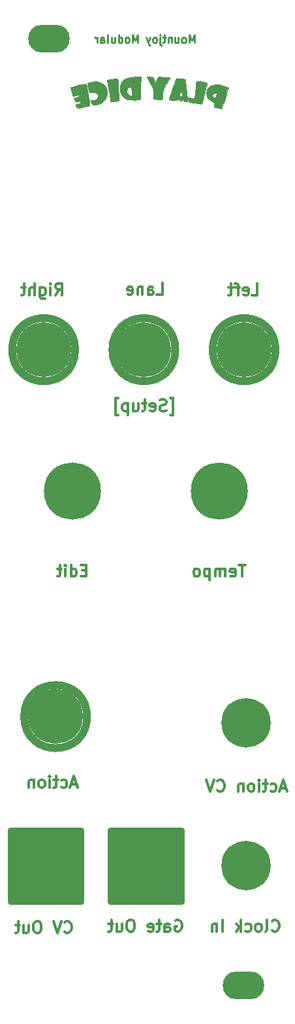
<source format=gbr>
%TF.GenerationSoftware,KiCad,Pcbnew,(5.99.0-12348-g4b436fb86d)*%
%TF.CreationDate,2021-09-19T12:14:32+01:00*%
%TF.ProjectId,Panel,50616e65-6c2e-46b6-9963-61645f706362,rev?*%
%TF.SameCoordinates,Original*%
%TF.FileFunction,Soldermask,Bot*%
%TF.FilePolarity,Negative*%
%FSLAX46Y46*%
G04 Gerber Fmt 4.6, Leading zero omitted, Abs format (unit mm)*
G04 Created by KiCad (PCBNEW (5.99.0-12348-g4b436fb86d)) date 2021-09-19 12:14:32*
%MOMM*%
%LPD*%
G01*
G04 APERTURE LIST*
%ADD10C,0.800000*%
%ADD11C,1.000000*%
%ADD12C,0.300000*%
%ADD13C,0.250000*%
%ADD14C,0.010000*%
%ADD15O,5.400000X3.600000*%
%ADD16C,7.100000*%
%ADD17C,6.400000*%
%ADD18C,7.400000*%
G04 APERTURE END LIST*
D10*
X114600000Y-145400000D02*
X105400000Y-145400000D01*
X105400000Y-145400000D02*
X105400000Y-154600000D01*
X105400000Y-154600000D02*
X114600000Y-154600000D01*
X114600000Y-154600000D02*
X114600000Y-145400000D01*
G36*
X114600000Y-145400000D02*
G01*
X105400000Y-145400000D01*
X105400000Y-154600000D01*
X114600000Y-154600000D01*
X114600000Y-145400000D01*
G37*
D11*
X126830441Y-83250000D02*
G75*
G03*
X126830441Y-83250000I-4080441J0D01*
G01*
X113830441Y-83250000D02*
G75*
G03*
X113830441Y-83250000I-4080441J0D01*
G01*
X115380441Y-130700000D02*
G75*
G03*
X115380441Y-130700000I-4080441J0D01*
G01*
D10*
X127600000Y-145400000D02*
X118400000Y-145400000D01*
X118400000Y-145400000D02*
X118400000Y-154600000D01*
X118400000Y-154600000D02*
X127600000Y-154600000D01*
X127600000Y-154600000D02*
X127600000Y-145400000D01*
G36*
X127600000Y-145400000D02*
G01*
X118400000Y-145400000D01*
X118400000Y-154600000D01*
X127600000Y-154600000D01*
X127600000Y-145400000D01*
G37*
D11*
X139830441Y-83250000D02*
G75*
G03*
X139830441Y-83250000I-4080441J0D01*
G01*
D12*
X124435714Y-76148537D02*
X125150000Y-76148537D01*
X125150000Y-74648537D01*
X123292857Y-76148537D02*
X123292857Y-75362823D01*
X123364285Y-75219966D01*
X123507142Y-75148537D01*
X123792857Y-75148537D01*
X123935714Y-75219966D01*
X123292857Y-76077108D02*
X123435714Y-76148537D01*
X123792857Y-76148537D01*
X123935714Y-76077108D01*
X124007142Y-75934251D01*
X124007142Y-75791394D01*
X123935714Y-75648537D01*
X123792857Y-75577108D01*
X123435714Y-75577108D01*
X123292857Y-75505680D01*
X122578571Y-75148537D02*
X122578571Y-76148537D01*
X122578571Y-75291394D02*
X122507142Y-75219966D01*
X122364285Y-75148537D01*
X122150000Y-75148537D01*
X122007142Y-75219966D01*
X121935714Y-75362823D01*
X121935714Y-76148537D01*
X120650000Y-76077108D02*
X120792857Y-76148537D01*
X121078571Y-76148537D01*
X121221428Y-76077108D01*
X121292857Y-75934251D01*
X121292857Y-75362823D01*
X121221428Y-75219966D01*
X121078571Y-75148537D01*
X120792857Y-75148537D01*
X120650000Y-75219966D01*
X120578571Y-75362823D01*
X120578571Y-75505680D01*
X121292857Y-75648537D01*
X112442857Y-158535714D02*
X112514285Y-158607142D01*
X112728571Y-158678571D01*
X112871428Y-158678571D01*
X113085714Y-158607142D01*
X113228571Y-158464285D01*
X113300000Y-158321428D01*
X113371428Y-158035714D01*
X113371428Y-157821428D01*
X113300000Y-157535714D01*
X113228571Y-157392857D01*
X113085714Y-157250000D01*
X112871428Y-157178571D01*
X112728571Y-157178571D01*
X112514285Y-157250000D01*
X112442857Y-157321428D01*
X112014285Y-157178571D02*
X111514285Y-158678571D01*
X111014285Y-157178571D01*
X109085714Y-157178571D02*
X108800000Y-157178571D01*
X108657142Y-157250000D01*
X108514285Y-157392857D01*
X108442857Y-157678571D01*
X108442857Y-158178571D01*
X108514285Y-158464285D01*
X108657142Y-158607142D01*
X108800000Y-158678571D01*
X109085714Y-158678571D01*
X109228571Y-158607142D01*
X109371428Y-158464285D01*
X109442857Y-158178571D01*
X109442857Y-157678571D01*
X109371428Y-157392857D01*
X109228571Y-157250000D01*
X109085714Y-157178571D01*
X107157142Y-157678571D02*
X107157142Y-158678571D01*
X107800000Y-157678571D02*
X107800000Y-158464285D01*
X107728571Y-158607142D01*
X107585714Y-158678571D01*
X107371428Y-158678571D01*
X107228571Y-158607142D01*
X107157142Y-158535714D01*
X106657142Y-157678571D02*
X106085714Y-157678571D01*
X106442857Y-157178571D02*
X106442857Y-158464285D01*
X106371428Y-158607142D01*
X106228571Y-158678571D01*
X106085714Y-158678571D01*
X135928571Y-111078571D02*
X135071428Y-111078571D01*
X135500000Y-112578571D02*
X135500000Y-111078571D01*
X134000000Y-112507142D02*
X134142857Y-112578571D01*
X134428571Y-112578571D01*
X134571428Y-112507142D01*
X134642857Y-112364285D01*
X134642857Y-111792857D01*
X134571428Y-111650000D01*
X134428571Y-111578571D01*
X134142857Y-111578571D01*
X134000000Y-111650000D01*
X133928571Y-111792857D01*
X133928571Y-111935714D01*
X134642857Y-112078571D01*
X133285714Y-112578571D02*
X133285714Y-111578571D01*
X133285714Y-111721428D02*
X133214285Y-111650000D01*
X133071428Y-111578571D01*
X132857142Y-111578571D01*
X132714285Y-111650000D01*
X132642857Y-111792857D01*
X132642857Y-112578571D01*
X132642857Y-111792857D02*
X132571428Y-111650000D01*
X132428571Y-111578571D01*
X132214285Y-111578571D01*
X132071428Y-111650000D01*
X132000000Y-111792857D01*
X132000000Y-112578571D01*
X131285714Y-111578571D02*
X131285714Y-113078571D01*
X131285714Y-111650000D02*
X131142857Y-111578571D01*
X130857142Y-111578571D01*
X130714285Y-111650000D01*
X130642857Y-111721428D01*
X130571428Y-111864285D01*
X130571428Y-112292857D01*
X130642857Y-112435714D01*
X130714285Y-112507142D01*
X130857142Y-112578571D01*
X131142857Y-112578571D01*
X131285714Y-112507142D01*
X129714285Y-112578571D02*
X129857142Y-112507142D01*
X129928571Y-112435714D01*
X130000000Y-112292857D01*
X130000000Y-111864285D01*
X129928571Y-111721428D01*
X129857142Y-111650000D01*
X129714285Y-111578571D01*
X129500000Y-111578571D01*
X129357142Y-111650000D01*
X129285714Y-111721428D01*
X129214285Y-111864285D01*
X129214285Y-112292857D01*
X129285714Y-112435714D01*
X129357142Y-112507142D01*
X129500000Y-112578571D01*
X129714285Y-112578571D01*
X139364285Y-158335714D02*
X139435714Y-158407142D01*
X139650000Y-158478571D01*
X139792857Y-158478571D01*
X140007142Y-158407142D01*
X140150000Y-158264285D01*
X140221428Y-158121428D01*
X140292857Y-157835714D01*
X140292857Y-157621428D01*
X140221428Y-157335714D01*
X140150000Y-157192857D01*
X140007142Y-157050000D01*
X139792857Y-156978571D01*
X139650000Y-156978571D01*
X139435714Y-157050000D01*
X139364285Y-157121428D01*
X138507142Y-158478571D02*
X138650000Y-158407142D01*
X138721428Y-158264285D01*
X138721428Y-156978571D01*
X137721428Y-158478571D02*
X137864285Y-158407142D01*
X137935714Y-158335714D01*
X138007142Y-158192857D01*
X138007142Y-157764285D01*
X137935714Y-157621428D01*
X137864285Y-157550000D01*
X137721428Y-157478571D01*
X137507142Y-157478571D01*
X137364285Y-157550000D01*
X137292857Y-157621428D01*
X137221428Y-157764285D01*
X137221428Y-158192857D01*
X137292857Y-158335714D01*
X137364285Y-158407142D01*
X137507142Y-158478571D01*
X137721428Y-158478571D01*
X135935714Y-158407142D02*
X136078571Y-158478571D01*
X136364285Y-158478571D01*
X136507142Y-158407142D01*
X136578571Y-158335714D01*
X136650000Y-158192857D01*
X136650000Y-157764285D01*
X136578571Y-157621428D01*
X136507142Y-157550000D01*
X136364285Y-157478571D01*
X136078571Y-157478571D01*
X135935714Y-157550000D01*
X135292857Y-158478571D02*
X135292857Y-156978571D01*
X135150000Y-157907142D02*
X134721428Y-158478571D01*
X134721428Y-157478571D02*
X135292857Y-158050000D01*
X132935714Y-158478571D02*
X132935714Y-156978571D01*
X132221428Y-157478571D02*
X132221428Y-158478571D01*
X132221428Y-157621428D02*
X132150000Y-157550000D01*
X132007142Y-157478571D01*
X131792857Y-157478571D01*
X131650000Y-157550000D01*
X131578571Y-157692857D01*
X131578571Y-158478571D01*
X115285714Y-111792857D02*
X114785714Y-111792857D01*
X114571428Y-112578571D02*
X115285714Y-112578571D01*
X115285714Y-111078571D01*
X114571428Y-111078571D01*
X113285714Y-112578571D02*
X113285714Y-111078571D01*
X113285714Y-112507142D02*
X113428571Y-112578571D01*
X113714285Y-112578571D01*
X113857142Y-112507142D01*
X113928571Y-112435714D01*
X114000000Y-112292857D01*
X114000000Y-111864285D01*
X113928571Y-111721428D01*
X113857142Y-111650000D01*
X113714285Y-111578571D01*
X113428571Y-111578571D01*
X113285714Y-111650000D01*
X112571428Y-112578571D02*
X112571428Y-111578571D01*
X112571428Y-111078571D02*
X112642857Y-111150000D01*
X112571428Y-111221428D01*
X112500000Y-111150000D01*
X112571428Y-111078571D01*
X112571428Y-111221428D01*
X112071428Y-111578571D02*
X111500000Y-111578571D01*
X111857142Y-111078571D02*
X111857142Y-112364285D01*
X111785714Y-112507142D01*
X111642857Y-112578571D01*
X111500000Y-112578571D01*
X126821428Y-157050000D02*
X126964285Y-156978571D01*
X127178571Y-156978571D01*
X127392857Y-157050000D01*
X127535714Y-157192857D01*
X127607142Y-157335714D01*
X127678571Y-157621428D01*
X127678571Y-157835714D01*
X127607142Y-158121428D01*
X127535714Y-158264285D01*
X127392857Y-158407142D01*
X127178571Y-158478571D01*
X127035714Y-158478571D01*
X126821428Y-158407142D01*
X126750000Y-158335714D01*
X126750000Y-157835714D01*
X127035714Y-157835714D01*
X125464285Y-158478571D02*
X125464285Y-157692857D01*
X125535714Y-157550000D01*
X125678571Y-157478571D01*
X125964285Y-157478571D01*
X126107142Y-157550000D01*
X125464285Y-158407142D02*
X125607142Y-158478571D01*
X125964285Y-158478571D01*
X126107142Y-158407142D01*
X126178571Y-158264285D01*
X126178571Y-158121428D01*
X126107142Y-157978571D01*
X125964285Y-157907142D01*
X125607142Y-157907142D01*
X125464285Y-157835714D01*
X124964285Y-157478571D02*
X124392857Y-157478571D01*
X124750000Y-156978571D02*
X124750000Y-158264285D01*
X124678571Y-158407142D01*
X124535714Y-158478571D01*
X124392857Y-158478571D01*
X123321428Y-158407142D02*
X123464285Y-158478571D01*
X123750000Y-158478571D01*
X123892857Y-158407142D01*
X123964285Y-158264285D01*
X123964285Y-157692857D01*
X123892857Y-157550000D01*
X123750000Y-157478571D01*
X123464285Y-157478571D01*
X123321428Y-157550000D01*
X123250000Y-157692857D01*
X123250000Y-157835714D01*
X123964285Y-157978571D01*
X121178571Y-156978571D02*
X120892857Y-156978571D01*
X120750000Y-157050000D01*
X120607142Y-157192857D01*
X120535714Y-157478571D01*
X120535714Y-157978571D01*
X120607142Y-158264285D01*
X120750000Y-158407142D01*
X120892857Y-158478571D01*
X121178571Y-158478571D01*
X121321428Y-158407142D01*
X121464285Y-158264285D01*
X121535714Y-157978571D01*
X121535714Y-157478571D01*
X121464285Y-157192857D01*
X121321428Y-157050000D01*
X121178571Y-156978571D01*
X119250000Y-157478571D02*
X119250000Y-158478571D01*
X119892857Y-157478571D02*
X119892857Y-158264285D01*
X119821428Y-158407142D01*
X119678571Y-158478571D01*
X119464285Y-158478571D01*
X119321428Y-158407142D01*
X119250000Y-158335714D01*
X118750000Y-157478571D02*
X118178571Y-157478571D01*
X118535714Y-156978571D02*
X118535714Y-158264285D01*
X118464285Y-158407142D01*
X118321428Y-158478571D01*
X118178571Y-158478571D01*
X126157142Y-91678571D02*
X126514285Y-91678571D01*
X126514285Y-89535714D01*
X126157142Y-89535714D01*
X125657142Y-91107142D02*
X125442857Y-91178571D01*
X125085714Y-91178571D01*
X124942857Y-91107142D01*
X124871428Y-91035714D01*
X124800000Y-90892857D01*
X124800000Y-90750000D01*
X124871428Y-90607142D01*
X124942857Y-90535714D01*
X125085714Y-90464285D01*
X125371428Y-90392857D01*
X125514285Y-90321428D01*
X125585714Y-90250000D01*
X125657142Y-90107142D01*
X125657142Y-89964285D01*
X125585714Y-89821428D01*
X125514285Y-89750000D01*
X125371428Y-89678571D01*
X125014285Y-89678571D01*
X124800000Y-89750000D01*
X123585714Y-91107142D02*
X123728571Y-91178571D01*
X124014285Y-91178571D01*
X124157142Y-91107142D01*
X124228571Y-90964285D01*
X124228571Y-90392857D01*
X124157142Y-90250000D01*
X124014285Y-90178571D01*
X123728571Y-90178571D01*
X123585714Y-90250000D01*
X123514285Y-90392857D01*
X123514285Y-90535714D01*
X124228571Y-90678571D01*
X123085714Y-90178571D02*
X122514285Y-90178571D01*
X122871428Y-89678571D02*
X122871428Y-90964285D01*
X122800000Y-91107142D01*
X122657142Y-91178571D01*
X122514285Y-91178571D01*
X121371428Y-90178571D02*
X121371428Y-91178571D01*
X122014285Y-90178571D02*
X122014285Y-90964285D01*
X121942857Y-91107142D01*
X121800000Y-91178571D01*
X121585714Y-91178571D01*
X121442857Y-91107142D01*
X121371428Y-91035714D01*
X120657142Y-90178571D02*
X120657142Y-91678571D01*
X120657142Y-90250000D02*
X120514285Y-90178571D01*
X120228571Y-90178571D01*
X120085714Y-90250000D01*
X120014285Y-90321428D01*
X119942857Y-90464285D01*
X119942857Y-90892857D01*
X120014285Y-91035714D01*
X120085714Y-91107142D01*
X120228571Y-91178571D01*
X120514285Y-91178571D01*
X120657142Y-91107142D01*
X119442857Y-91678571D02*
X119085714Y-91678571D01*
X119085714Y-89535714D01*
X119442857Y-89535714D01*
X141207142Y-139950000D02*
X140492857Y-139950000D01*
X141350000Y-140378571D02*
X140850000Y-138878571D01*
X140350000Y-140378571D01*
X139207142Y-140307142D02*
X139350000Y-140378571D01*
X139635714Y-140378571D01*
X139778571Y-140307142D01*
X139850000Y-140235714D01*
X139921428Y-140092857D01*
X139921428Y-139664285D01*
X139850000Y-139521428D01*
X139778571Y-139450000D01*
X139635714Y-139378571D01*
X139350000Y-139378571D01*
X139207142Y-139450000D01*
X138778571Y-139378571D02*
X138207142Y-139378571D01*
X138564285Y-138878571D02*
X138564285Y-140164285D01*
X138492857Y-140307142D01*
X138350000Y-140378571D01*
X138207142Y-140378571D01*
X137707142Y-140378571D02*
X137707142Y-139378571D01*
X137707142Y-138878571D02*
X137778571Y-138950000D01*
X137707142Y-139021428D01*
X137635714Y-138950000D01*
X137707142Y-138878571D01*
X137707142Y-139021428D01*
X136778571Y-140378571D02*
X136921428Y-140307142D01*
X136992857Y-140235714D01*
X137064285Y-140092857D01*
X137064285Y-139664285D01*
X136992857Y-139521428D01*
X136921428Y-139450000D01*
X136778571Y-139378571D01*
X136564285Y-139378571D01*
X136421428Y-139450000D01*
X136350000Y-139521428D01*
X136278571Y-139664285D01*
X136278571Y-140092857D01*
X136350000Y-140235714D01*
X136421428Y-140307142D01*
X136564285Y-140378571D01*
X136778571Y-140378571D01*
X135635714Y-139378571D02*
X135635714Y-140378571D01*
X135635714Y-139521428D02*
X135564285Y-139450000D01*
X135421428Y-139378571D01*
X135207142Y-139378571D01*
X135064285Y-139450000D01*
X134992857Y-139592857D01*
X134992857Y-140378571D01*
X132278571Y-140235714D02*
X132350000Y-140307142D01*
X132564285Y-140378571D01*
X132707142Y-140378571D01*
X132921428Y-140307142D01*
X133064285Y-140164285D01*
X133135714Y-140021428D01*
X133207142Y-139735714D01*
X133207142Y-139521428D01*
X133135714Y-139235714D01*
X133064285Y-139092857D01*
X132921428Y-138950000D01*
X132707142Y-138878571D01*
X132564285Y-138878571D01*
X132350000Y-138950000D01*
X132278571Y-139021428D01*
X131850000Y-138878571D02*
X131350000Y-140378571D01*
X130850000Y-138878571D01*
X114042857Y-139450000D02*
X113328571Y-139450000D01*
X114185714Y-139878571D02*
X113685714Y-138378571D01*
X113185714Y-139878571D01*
X112042857Y-139807142D02*
X112185714Y-139878571D01*
X112471428Y-139878571D01*
X112614285Y-139807142D01*
X112685714Y-139735714D01*
X112757142Y-139592857D01*
X112757142Y-139164285D01*
X112685714Y-139021428D01*
X112614285Y-138950000D01*
X112471428Y-138878571D01*
X112185714Y-138878571D01*
X112042857Y-138950000D01*
X111614285Y-138878571D02*
X111042857Y-138878571D01*
X111400000Y-138378571D02*
X111400000Y-139664285D01*
X111328571Y-139807142D01*
X111185714Y-139878571D01*
X111042857Y-139878571D01*
X110542857Y-139878571D02*
X110542857Y-138878571D01*
X110542857Y-138378571D02*
X110614285Y-138450000D01*
X110542857Y-138521428D01*
X110471428Y-138450000D01*
X110542857Y-138378571D01*
X110542857Y-138521428D01*
X109614285Y-139878571D02*
X109757142Y-139807142D01*
X109828571Y-139735714D01*
X109900000Y-139592857D01*
X109900000Y-139164285D01*
X109828571Y-139021428D01*
X109757142Y-138950000D01*
X109614285Y-138878571D01*
X109400000Y-138878571D01*
X109257142Y-138950000D01*
X109185714Y-139021428D01*
X109114285Y-139164285D01*
X109114285Y-139592857D01*
X109185714Y-139735714D01*
X109257142Y-139807142D01*
X109400000Y-139878571D01*
X109614285Y-139878571D01*
X108471428Y-138878571D02*
X108471428Y-139878571D01*
X108471428Y-139021428D02*
X108400000Y-138950000D01*
X108257142Y-138878571D01*
X108042857Y-138878571D01*
X107900000Y-138950000D01*
X107828571Y-139092857D01*
X107828571Y-139878571D01*
X136735714Y-76178571D02*
X137450000Y-76178571D01*
X137450000Y-74678571D01*
X135664285Y-76107142D02*
X135807142Y-76178571D01*
X136092857Y-76178571D01*
X136235714Y-76107142D01*
X136307142Y-75964285D01*
X136307142Y-75392857D01*
X136235714Y-75250000D01*
X136092857Y-75178571D01*
X135807142Y-75178571D01*
X135664285Y-75250000D01*
X135592857Y-75392857D01*
X135592857Y-75535714D01*
X136307142Y-75678571D01*
X135164285Y-75178571D02*
X134592857Y-75178571D01*
X134950000Y-76178571D02*
X134950000Y-74892857D01*
X134878571Y-74750000D01*
X134735714Y-74678571D01*
X134592857Y-74678571D01*
X134307142Y-75178571D02*
X133735714Y-75178571D01*
X134092857Y-74678571D02*
X134092857Y-75964285D01*
X134021428Y-76107142D01*
X133878571Y-76178571D01*
X133735714Y-76178571D01*
X111278571Y-76178571D02*
X111778571Y-75464285D01*
X112135714Y-76178571D02*
X112135714Y-74678571D01*
X111564285Y-74678571D01*
X111421428Y-74750000D01*
X111350000Y-74821428D01*
X111278571Y-74964285D01*
X111278571Y-75178571D01*
X111350000Y-75321428D01*
X111421428Y-75392857D01*
X111564285Y-75464285D01*
X112135714Y-75464285D01*
X110635714Y-76178571D02*
X110635714Y-75178571D01*
X110635714Y-74678571D02*
X110707142Y-74750000D01*
X110635714Y-74821428D01*
X110564285Y-74750000D01*
X110635714Y-74678571D01*
X110635714Y-74821428D01*
X109278571Y-75178571D02*
X109278571Y-76392857D01*
X109350000Y-76535714D01*
X109421428Y-76607142D01*
X109564285Y-76678571D01*
X109778571Y-76678571D01*
X109921428Y-76607142D01*
X109278571Y-76107142D02*
X109421428Y-76178571D01*
X109707142Y-76178571D01*
X109850000Y-76107142D01*
X109921428Y-76035714D01*
X109992857Y-75892857D01*
X109992857Y-75464285D01*
X109921428Y-75321428D01*
X109850000Y-75250000D01*
X109707142Y-75178571D01*
X109421428Y-75178571D01*
X109278571Y-75250000D01*
X108564285Y-76178571D02*
X108564285Y-74678571D01*
X107921428Y-76178571D02*
X107921428Y-75392857D01*
X107992857Y-75250000D01*
X108135714Y-75178571D01*
X108350000Y-75178571D01*
X108492857Y-75250000D01*
X108564285Y-75321428D01*
X107421428Y-75178571D02*
X106850000Y-75178571D01*
X107207142Y-74678571D02*
X107207142Y-75964285D01*
X107135714Y-76107142D01*
X106992857Y-76178571D01*
X106850000Y-76178571D01*
D13*
X129280952Y-43552380D02*
X129280952Y-42552380D01*
X128947619Y-43266666D01*
X128614285Y-42552380D01*
X128614285Y-43552380D01*
X127995238Y-43552380D02*
X128090476Y-43504761D01*
X128138095Y-43457142D01*
X128185714Y-43361904D01*
X128185714Y-43076190D01*
X128138095Y-42980952D01*
X128090476Y-42933333D01*
X127995238Y-42885714D01*
X127852380Y-42885714D01*
X127757142Y-42933333D01*
X127709523Y-42980952D01*
X127661904Y-43076190D01*
X127661904Y-43361904D01*
X127709523Y-43457142D01*
X127757142Y-43504761D01*
X127852380Y-43552380D01*
X127995238Y-43552380D01*
X126804761Y-42885714D02*
X126804761Y-43552380D01*
X127233333Y-42885714D02*
X127233333Y-43409523D01*
X127185714Y-43504761D01*
X127090476Y-43552380D01*
X126947619Y-43552380D01*
X126852380Y-43504761D01*
X126804761Y-43457142D01*
X126328571Y-42885714D02*
X126328571Y-43552380D01*
X126328571Y-42980952D02*
X126280952Y-42933333D01*
X126185714Y-42885714D01*
X126042857Y-42885714D01*
X125947619Y-42933333D01*
X125900000Y-43028571D01*
X125900000Y-43552380D01*
X125566666Y-42885714D02*
X125185714Y-42885714D01*
X125423809Y-42552380D02*
X125423809Y-43409523D01*
X125376190Y-43504761D01*
X125280952Y-43552380D01*
X125185714Y-43552380D01*
X124852380Y-42885714D02*
X124852380Y-43742857D01*
X124900000Y-43838095D01*
X124995238Y-43885714D01*
X125042857Y-43885714D01*
X124852380Y-42552380D02*
X124900000Y-42600000D01*
X124852380Y-42647619D01*
X124804761Y-42600000D01*
X124852380Y-42552380D01*
X124852380Y-42647619D01*
X124233333Y-43552380D02*
X124328571Y-43504761D01*
X124376190Y-43457142D01*
X124423809Y-43361904D01*
X124423809Y-43076190D01*
X124376190Y-42980952D01*
X124328571Y-42933333D01*
X124233333Y-42885714D01*
X124090476Y-42885714D01*
X123995238Y-42933333D01*
X123947619Y-42980952D01*
X123900000Y-43076190D01*
X123900000Y-43361904D01*
X123947619Y-43457142D01*
X123995238Y-43504761D01*
X124090476Y-43552380D01*
X124233333Y-43552380D01*
X123566666Y-42885714D02*
X123328571Y-43552380D01*
X123090476Y-42885714D02*
X123328571Y-43552380D01*
X123423809Y-43790476D01*
X123471428Y-43838095D01*
X123566666Y-43885714D01*
X121947619Y-43552380D02*
X121947619Y-42552380D01*
X121614285Y-43266666D01*
X121280952Y-42552380D01*
X121280952Y-43552380D01*
X120661904Y-43552380D02*
X120757142Y-43504761D01*
X120804761Y-43457142D01*
X120852380Y-43361904D01*
X120852380Y-43076190D01*
X120804761Y-42980952D01*
X120757142Y-42933333D01*
X120661904Y-42885714D01*
X120519047Y-42885714D01*
X120423809Y-42933333D01*
X120376190Y-42980952D01*
X120328571Y-43076190D01*
X120328571Y-43361904D01*
X120376190Y-43457142D01*
X120423809Y-43504761D01*
X120519047Y-43552380D01*
X120661904Y-43552380D01*
X119471428Y-43552380D02*
X119471428Y-42552380D01*
X119471428Y-43504761D02*
X119566666Y-43552380D01*
X119757142Y-43552380D01*
X119852380Y-43504761D01*
X119900000Y-43457142D01*
X119947619Y-43361904D01*
X119947619Y-43076190D01*
X119900000Y-42980952D01*
X119852380Y-42933333D01*
X119757142Y-42885714D01*
X119566666Y-42885714D01*
X119471428Y-42933333D01*
X118566666Y-42885714D02*
X118566666Y-43552380D01*
X118995238Y-42885714D02*
X118995238Y-43409523D01*
X118947619Y-43504761D01*
X118852380Y-43552380D01*
X118709523Y-43552380D01*
X118614285Y-43504761D01*
X118566666Y-43457142D01*
X117947619Y-43552380D02*
X118042857Y-43504761D01*
X118090476Y-43409523D01*
X118090476Y-42552380D01*
X117138095Y-43552380D02*
X117138095Y-43028571D01*
X117185714Y-42933333D01*
X117280952Y-42885714D01*
X117471428Y-42885714D01*
X117566666Y-42933333D01*
X117138095Y-43504761D02*
X117233333Y-43552380D01*
X117471428Y-43552380D01*
X117566666Y-43504761D01*
X117614285Y-43409523D01*
X117614285Y-43314285D01*
X117566666Y-43219047D01*
X117471428Y-43171428D01*
X117233333Y-43171428D01*
X117138095Y-43123809D01*
X116661904Y-43552380D02*
X116661904Y-42885714D01*
X116661904Y-43076190D02*
X116614285Y-42980952D01*
X116566666Y-42933333D01*
X116471428Y-42885714D01*
X116376190Y-42885714D01*
D14*
%TO.C,G\u002A\u002A\u002A*%
X124445778Y-48403388D02*
X124252966Y-48833130D01*
X124252966Y-48833130D02*
X124140294Y-48580690D01*
X124140294Y-48580690D02*
X124057381Y-48376661D01*
X124057381Y-48376661D02*
X123993541Y-48188375D01*
X123993541Y-48188375D02*
X123984101Y-48153625D01*
X123984101Y-48153625D02*
X123953550Y-48060046D01*
X123953550Y-48060046D02*
X123899704Y-48007762D01*
X123899704Y-48007762D02*
X123790886Y-47984783D01*
X123790886Y-47984783D02*
X123595417Y-47979117D01*
X123595417Y-47979117D02*
X123522768Y-47979000D01*
X123522768Y-47979000D02*
X123104956Y-47979000D01*
X123104956Y-47979000D02*
X123248885Y-48217125D01*
X123248885Y-48217125D02*
X123492131Y-48623982D01*
X123492131Y-48623982D02*
X123675835Y-48948208D01*
X123675835Y-48948208D02*
X123808488Y-49214412D01*
X123808488Y-49214412D02*
X123898581Y-49447203D01*
X123898581Y-49447203D02*
X123954604Y-49671190D01*
X123954604Y-49671190D02*
X123985048Y-49910983D01*
X123985048Y-49910983D02*
X123998403Y-50191192D01*
X123998403Y-50191192D02*
X124001865Y-50399566D01*
X124001865Y-50399566D02*
X124006500Y-50819883D01*
X124006500Y-50819883D02*
X124244625Y-50859242D01*
X124244625Y-50859242D02*
X124470785Y-50885895D01*
X124470785Y-50885895D02*
X124709048Y-50897395D01*
X124709048Y-50897395D02*
X124920776Y-50893812D01*
X124920776Y-50893812D02*
X125067334Y-50875217D01*
X125067334Y-50875217D02*
X125107167Y-50857666D01*
X125107167Y-50857666D02*
X125134622Y-50772502D01*
X125134622Y-50772502D02*
X125151164Y-50612082D01*
X125151164Y-50612082D02*
X125152841Y-50556041D01*
X125152841Y-50556041D02*
X125166200Y-50357658D01*
X125166200Y-50357658D02*
X125197804Y-50094365D01*
X125197804Y-50094365D02*
X125237322Y-49843759D01*
X125237322Y-49843759D02*
X125285255Y-49634609D01*
X125285255Y-49634609D02*
X125358764Y-49426522D01*
X125358764Y-49426522D02*
X125468647Y-49199614D01*
X125468647Y-49199614D02*
X125625706Y-48933999D01*
X125625706Y-48933999D02*
X125840741Y-48609792D01*
X125840741Y-48609792D02*
X126124552Y-48207109D01*
X126124552Y-48207109D02*
X126131505Y-48197421D01*
X126131505Y-48197421D02*
X126169757Y-48110356D01*
X126169757Y-48110356D02*
X126163255Y-48085901D01*
X126163255Y-48085901D02*
X126091918Y-48072222D01*
X126091918Y-48072222D02*
X125919791Y-48054494D01*
X125919791Y-48054494D02*
X125672919Y-48035038D01*
X125672919Y-48035038D02*
X125386170Y-48016678D01*
X125386170Y-48016678D02*
X124638590Y-47973647D01*
X124638590Y-47973647D02*
X124445778Y-48403388D01*
X124445778Y-48403388D02*
X124445778Y-48403388D01*
G36*
X125386170Y-48016678D02*
G01*
X125672919Y-48035038D01*
X125919791Y-48054494D01*
X126091918Y-48072222D01*
X126163255Y-48085901D01*
X126169757Y-48110356D01*
X126131505Y-48197421D01*
X126124552Y-48207109D01*
X125840741Y-48609792D01*
X125625706Y-48933999D01*
X125468647Y-49199614D01*
X125358764Y-49426522D01*
X125285255Y-49634609D01*
X125237322Y-49843759D01*
X125197804Y-50094365D01*
X125166200Y-50357658D01*
X125152841Y-50556041D01*
X125151164Y-50612082D01*
X125134622Y-50772502D01*
X125107167Y-50857666D01*
X125067334Y-50875217D01*
X124920776Y-50893812D01*
X124709048Y-50897395D01*
X124470785Y-50885895D01*
X124244625Y-50859242D01*
X124006500Y-50819883D01*
X124001865Y-50399566D01*
X123998403Y-50191192D01*
X123985048Y-49910983D01*
X123954604Y-49671190D01*
X123898581Y-49447203D01*
X123808488Y-49214412D01*
X123675835Y-48948208D01*
X123492131Y-48623982D01*
X123248885Y-48217125D01*
X123104956Y-47979000D01*
X123522768Y-47979000D01*
X123595417Y-47979117D01*
X123790886Y-47984783D01*
X123899704Y-48007762D01*
X123953550Y-48060046D01*
X123984101Y-48153625D01*
X123993541Y-48188375D01*
X124057381Y-48376661D01*
X124140294Y-48580690D01*
X124252966Y-48833130D01*
X124445778Y-48403388D01*
X124638590Y-47973647D01*
X125386170Y-48016678D01*
G37*
X125386170Y-48016678D02*
X125672919Y-48035038D01*
X125919791Y-48054494D01*
X126091918Y-48072222D01*
X126163255Y-48085901D01*
X126169757Y-48110356D01*
X126131505Y-48197421D01*
X126124552Y-48207109D01*
X125840741Y-48609792D01*
X125625706Y-48933999D01*
X125468647Y-49199614D01*
X125358764Y-49426522D01*
X125285255Y-49634609D01*
X125237322Y-49843759D01*
X125197804Y-50094365D01*
X125166200Y-50357658D01*
X125152841Y-50556041D01*
X125151164Y-50612082D01*
X125134622Y-50772502D01*
X125107167Y-50857666D01*
X125067334Y-50875217D01*
X124920776Y-50893812D01*
X124709048Y-50897395D01*
X124470785Y-50885895D01*
X124244625Y-50859242D01*
X124006500Y-50819883D01*
X124001865Y-50399566D01*
X123998403Y-50191192D01*
X123985048Y-49910983D01*
X123954604Y-49671190D01*
X123898581Y-49447203D01*
X123808488Y-49214412D01*
X123675835Y-48948208D01*
X123492131Y-48623982D01*
X123248885Y-48217125D01*
X123104956Y-47979000D01*
X123522768Y-47979000D01*
X123595417Y-47979117D01*
X123790886Y-47984783D01*
X123899704Y-48007762D01*
X123953550Y-48060046D01*
X123984101Y-48153625D01*
X123993541Y-48188375D01*
X124057381Y-48376661D01*
X124140294Y-48580690D01*
X124252966Y-48833130D01*
X124445778Y-48403388D01*
X124638590Y-47973647D01*
X125386170Y-48016678D01*
X119284839Y-48191090D02*
X119128041Y-48205241D01*
X119128041Y-48205241D02*
X118910419Y-48228417D01*
X118910419Y-48228417D02*
X118664526Y-48256902D01*
X118664526Y-48256902D02*
X118422916Y-48286984D01*
X118422916Y-48286984D02*
X118218141Y-48314946D01*
X118218141Y-48314946D02*
X118127904Y-48328926D01*
X118127904Y-48328926D02*
X117932558Y-48361616D01*
X117932558Y-48361616D02*
X118139991Y-49424433D01*
X118139991Y-49424433D02*
X118212826Y-49804384D01*
X118212826Y-49804384D02*
X118279958Y-50167038D01*
X118279958Y-50167038D02*
X118336091Y-50482852D01*
X118336091Y-50482852D02*
X118375929Y-50722288D01*
X118375929Y-50722288D02*
X118390278Y-50820625D01*
X118390278Y-50820625D02*
X118433134Y-51154000D01*
X118433134Y-51154000D02*
X118695692Y-51142906D01*
X118695692Y-51142906D02*
X118943219Y-51129063D01*
X118943219Y-51129063D02*
X119200758Y-51109911D01*
X119200758Y-51109911D02*
X119228125Y-51107504D01*
X119228125Y-51107504D02*
X119498000Y-51083197D01*
X119498000Y-51083197D02*
X119498000Y-50771484D01*
X119498000Y-50771484D02*
X119494511Y-50626835D01*
X119494511Y-50626835D02*
X119484935Y-50395511D01*
X119484935Y-50395511D02*
X119470611Y-50100597D01*
X119470611Y-50100597D02*
X119452878Y-49765182D01*
X119452878Y-49765182D02*
X119433077Y-49412353D01*
X119433077Y-49412353D02*
X119412544Y-49065197D01*
X119412544Y-49065197D02*
X119392620Y-48746801D01*
X119392620Y-48746801D02*
X119374643Y-48480252D01*
X119374643Y-48480252D02*
X119359953Y-48288638D01*
X119359953Y-48288638D02*
X119349889Y-48195046D01*
X119349889Y-48195046D02*
X119348261Y-48189679D01*
X119348261Y-48189679D02*
X119284839Y-48191090D01*
X119284839Y-48191090D02*
X119284839Y-48191090D01*
G36*
X119349889Y-48195046D02*
G01*
X119359953Y-48288638D01*
X119374643Y-48480252D01*
X119392620Y-48746801D01*
X119412544Y-49065197D01*
X119433077Y-49412353D01*
X119452878Y-49765182D01*
X119470611Y-50100597D01*
X119484935Y-50395511D01*
X119494511Y-50626835D01*
X119498000Y-50771484D01*
X119498000Y-51083197D01*
X119228125Y-51107504D01*
X119200758Y-51109911D01*
X118943219Y-51129063D01*
X118695692Y-51142906D01*
X118433134Y-51154000D01*
X118390278Y-50820625D01*
X118375929Y-50722288D01*
X118336091Y-50482852D01*
X118279958Y-50167038D01*
X118212826Y-49804384D01*
X118139991Y-49424433D01*
X117932558Y-48361616D01*
X118127904Y-48328926D01*
X118218141Y-48314946D01*
X118422916Y-48286984D01*
X118664526Y-48256902D01*
X118910419Y-48228417D01*
X119128041Y-48205241D01*
X119284839Y-48191090D01*
X119348261Y-48189679D01*
X119349889Y-48195046D01*
G37*
X119349889Y-48195046D02*
X119359953Y-48288638D01*
X119374643Y-48480252D01*
X119392620Y-48746801D01*
X119412544Y-49065197D01*
X119433077Y-49412353D01*
X119452878Y-49765182D01*
X119470611Y-50100597D01*
X119484935Y-50395511D01*
X119494511Y-50626835D01*
X119498000Y-50771484D01*
X119498000Y-51083197D01*
X119228125Y-51107504D01*
X119200758Y-51109911D01*
X118943219Y-51129063D01*
X118695692Y-51142906D01*
X118433134Y-51154000D01*
X118390278Y-50820625D01*
X118375929Y-50722288D01*
X118336091Y-50482852D01*
X118279958Y-50167038D01*
X118212826Y-49804384D01*
X118139991Y-49424433D01*
X117932558Y-48361616D01*
X118127904Y-48328926D01*
X118218141Y-48314946D01*
X118422916Y-48286984D01*
X118664526Y-48256902D01*
X118910419Y-48228417D01*
X119128041Y-48205241D01*
X119284839Y-48191090D01*
X119348261Y-48189679D01*
X119349889Y-48195046D01*
X126997502Y-48142193D02*
X126941147Y-48212134D01*
X126941147Y-48212134D02*
X126870115Y-48355395D01*
X126870115Y-48355395D02*
X126777375Y-48586703D01*
X126777375Y-48586703D02*
X126655895Y-48920784D01*
X126655895Y-48920784D02*
X126618922Y-49025766D01*
X126618922Y-49025766D02*
X126455498Y-49500176D01*
X126455498Y-49500176D02*
X126313278Y-49929307D01*
X126313278Y-49929307D02*
X126196478Y-50299221D01*
X126196478Y-50299221D02*
X126109313Y-50595981D01*
X126109313Y-50595981D02*
X126055999Y-50805648D01*
X126055999Y-50805648D02*
X126040752Y-50914284D01*
X126040752Y-50914284D02*
X126044409Y-50925264D01*
X126044409Y-50925264D02*
X126115351Y-50941490D01*
X126115351Y-50941490D02*
X126281268Y-50963490D01*
X126281268Y-50963490D02*
X126510513Y-50987249D01*
X126510513Y-50987249D02*
X126587923Y-50994207D01*
X126587923Y-50994207D02*
X126843268Y-51014544D01*
X126843268Y-51014544D02*
X127000051Y-51017772D01*
X127000051Y-51017772D02*
X127086131Y-50998919D01*
X127086131Y-50998919D02*
X127129365Y-50953013D01*
X127129365Y-50953013D02*
X127151789Y-50893578D01*
X127151789Y-50893578D02*
X127184895Y-50806494D01*
X127184895Y-50806494D02*
X127226155Y-50795987D01*
X127226155Y-50795987D02*
X127305589Y-50869203D01*
X127305589Y-50869203D02*
X127375649Y-50946880D01*
X127375649Y-50946880D02*
X127553316Y-51145724D01*
X127553316Y-51145724D02*
X127654622Y-50991112D01*
X127654622Y-50991112D02*
X127763565Y-50864344D01*
X127763565Y-50864344D02*
X127842121Y-50851274D01*
X127842121Y-50851274D02*
X127878725Y-50952033D01*
X127878725Y-50952033D02*
X127880000Y-50988580D01*
X127880000Y-50988580D02*
X127897659Y-51088660D01*
X127897659Y-51088660D02*
X127973772Y-51139772D01*
X127973772Y-51139772D02*
X128137300Y-51165197D01*
X128137300Y-51165197D02*
X128301789Y-51176951D01*
X128301789Y-51176951D02*
X128400467Y-51176534D01*
X128400467Y-51176534D02*
X128410837Y-51173496D01*
X128410837Y-51173496D02*
X128409391Y-51108196D01*
X128409391Y-51108196D02*
X128394412Y-50939660D01*
X128394412Y-50939660D02*
X128368211Y-50690660D01*
X128368211Y-50690660D02*
X128349287Y-50525353D01*
X128349287Y-50525353D02*
X127799483Y-50525353D01*
X127799483Y-50525353D02*
X127601617Y-50482959D01*
X127601617Y-50482959D02*
X127448973Y-50445142D01*
X127448973Y-50445142D02*
X127357165Y-50413155D01*
X127357165Y-50413155D02*
X127356598Y-50412826D01*
X127356598Y-50412826D02*
X127353896Y-50346937D01*
X127353896Y-50346937D02*
X127399665Y-50218075D01*
X127399665Y-50218075D02*
X127472533Y-50069336D01*
X127472533Y-50069336D02*
X127551123Y-49943818D01*
X127551123Y-49943818D02*
X127614064Y-49884614D01*
X127614064Y-49884614D02*
X127618877Y-49884000D01*
X127618877Y-49884000D02*
X127660455Y-49940512D01*
X127660455Y-49940512D02*
X127708587Y-50085303D01*
X127708587Y-50085303D02*
X127736077Y-50204676D01*
X127736077Y-50204676D02*
X127799483Y-50525353D01*
X127799483Y-50525353D02*
X128349287Y-50525353D01*
X128349287Y-50525353D02*
X128333101Y-50383966D01*
X128333101Y-50383966D02*
X128317143Y-50250754D01*
X128317143Y-50250754D02*
X128272073Y-49865209D01*
X128272073Y-49865209D02*
X128228494Y-49467940D01*
X128228494Y-49467940D02*
X128191114Y-49103377D01*
X128191114Y-49103377D02*
X128164637Y-48815949D01*
X128164637Y-48815949D02*
X128162782Y-48793309D01*
X128162782Y-48793309D02*
X128118352Y-48242369D01*
X128118352Y-48242369D02*
X127634051Y-48200902D01*
X127634051Y-48200902D02*
X127386480Y-48177221D01*
X127386480Y-48177221D02*
X127180050Y-48152991D01*
X127180050Y-48152991D02*
X127054785Y-48132981D01*
X127054785Y-48132981D02*
X127046212Y-48130846D01*
X127046212Y-48130846D02*
X126997502Y-48142193D01*
X126997502Y-48142193D02*
X126997502Y-48142193D01*
G36*
X128394412Y-50939660D02*
G01*
X128409391Y-51108196D01*
X128410837Y-51173496D01*
X128400467Y-51176534D01*
X128301789Y-51176951D01*
X128137300Y-51165197D01*
X127973772Y-51139772D01*
X127897659Y-51088660D01*
X127880000Y-50988580D01*
X127878725Y-50952033D01*
X127842121Y-50851274D01*
X127763565Y-50864344D01*
X127654622Y-50991112D01*
X127553316Y-51145724D01*
X127375649Y-50946880D01*
X127305589Y-50869203D01*
X127226155Y-50795987D01*
X127184895Y-50806494D01*
X127151789Y-50893578D01*
X127129365Y-50953013D01*
X127086131Y-50998919D01*
X127000051Y-51017772D01*
X126843268Y-51014544D01*
X126587923Y-50994207D01*
X126510513Y-50987249D01*
X126281268Y-50963490D01*
X126115351Y-50941490D01*
X126044409Y-50925264D01*
X126040752Y-50914284D01*
X126055999Y-50805648D01*
X126109313Y-50595981D01*
X126182463Y-50346937D01*
X127353896Y-50346937D01*
X127356598Y-50412826D01*
X127357165Y-50413155D01*
X127448973Y-50445142D01*
X127601617Y-50482959D01*
X127799483Y-50525353D01*
X127736077Y-50204676D01*
X127708587Y-50085303D01*
X127660455Y-49940512D01*
X127618877Y-49884000D01*
X127614064Y-49884614D01*
X127551123Y-49943818D01*
X127472533Y-50069336D01*
X127399665Y-50218075D01*
X127353896Y-50346937D01*
X126182463Y-50346937D01*
X126196478Y-50299221D01*
X126313278Y-49929307D01*
X126455498Y-49500176D01*
X126618922Y-49025766D01*
X126655895Y-48920784D01*
X126777375Y-48586703D01*
X126870115Y-48355395D01*
X126941147Y-48212134D01*
X126997502Y-48142193D01*
X127046212Y-48130846D01*
X127054785Y-48132981D01*
X127180050Y-48152991D01*
X127386480Y-48177221D01*
X127634051Y-48200902D01*
X128118352Y-48242369D01*
X128162782Y-48793309D01*
X128164637Y-48815949D01*
X128191114Y-49103377D01*
X128228494Y-49467940D01*
X128272073Y-49865209D01*
X128317143Y-50250754D01*
X128333101Y-50383966D01*
X128349287Y-50525353D01*
X128368211Y-50690660D01*
X128394412Y-50939660D01*
G37*
X128394412Y-50939660D02*
X128409391Y-51108196D01*
X128410837Y-51173496D01*
X128400467Y-51176534D01*
X128301789Y-51176951D01*
X128137300Y-51165197D01*
X127973772Y-51139772D01*
X127897659Y-51088660D01*
X127880000Y-50988580D01*
X127878725Y-50952033D01*
X127842121Y-50851274D01*
X127763565Y-50864344D01*
X127654622Y-50991112D01*
X127553316Y-51145724D01*
X127375649Y-50946880D01*
X127305589Y-50869203D01*
X127226155Y-50795987D01*
X127184895Y-50806494D01*
X127151789Y-50893578D01*
X127129365Y-50953013D01*
X127086131Y-50998919D01*
X127000051Y-51017772D01*
X126843268Y-51014544D01*
X126587923Y-50994207D01*
X126510513Y-50987249D01*
X126281268Y-50963490D01*
X126115351Y-50941490D01*
X126044409Y-50925264D01*
X126040752Y-50914284D01*
X126055999Y-50805648D01*
X126109313Y-50595981D01*
X126182463Y-50346937D01*
X127353896Y-50346937D01*
X127356598Y-50412826D01*
X127357165Y-50413155D01*
X127448973Y-50445142D01*
X127601617Y-50482959D01*
X127799483Y-50525353D01*
X127736077Y-50204676D01*
X127708587Y-50085303D01*
X127660455Y-49940512D01*
X127618877Y-49884000D01*
X127614064Y-49884614D01*
X127551123Y-49943818D01*
X127472533Y-50069336D01*
X127399665Y-50218075D01*
X127353896Y-50346937D01*
X126182463Y-50346937D01*
X126196478Y-50299221D01*
X126313278Y-49929307D01*
X126455498Y-49500176D01*
X126618922Y-49025766D01*
X126655895Y-48920784D01*
X126777375Y-48586703D01*
X126870115Y-48355395D01*
X126941147Y-48212134D01*
X126997502Y-48142193D01*
X127046212Y-48130846D01*
X127054785Y-48132981D01*
X127180050Y-48152991D01*
X127386480Y-48177221D01*
X127634051Y-48200902D01*
X128118352Y-48242369D01*
X128162782Y-48793309D01*
X128164637Y-48815949D01*
X128191114Y-49103377D01*
X128228494Y-49467940D01*
X128272073Y-49865209D01*
X128317143Y-50250754D01*
X128333101Y-50383966D01*
X128349287Y-50525353D01*
X128368211Y-50690660D01*
X128394412Y-50939660D01*
X121097158Y-48012716D02*
X120610599Y-48115095D01*
X120610599Y-48115095D02*
X120227022Y-48287982D01*
X120227022Y-48287982D02*
X119943918Y-48533221D01*
X119943918Y-48533221D02*
X119758777Y-48852658D01*
X119758777Y-48852658D02*
X119669090Y-49248136D01*
X119669090Y-49248136D02*
X119659234Y-49471250D01*
X119659234Y-49471250D02*
X119707195Y-49913951D01*
X119707195Y-49913951D02*
X119850153Y-50276747D01*
X119850153Y-50276747D02*
X120094871Y-50571083D01*
X120094871Y-50571083D02*
X120448115Y-50808399D01*
X120448115Y-50808399D02*
X120450500Y-50809635D01*
X120450500Y-50809635D02*
X120620301Y-50863361D01*
X120620301Y-50863361D02*
X120879731Y-50906289D01*
X120879731Y-50906289D02*
X121191684Y-50935846D01*
X121191684Y-50935846D02*
X121519056Y-50949460D01*
X121519056Y-50949460D02*
X121824743Y-50944560D01*
X121824743Y-50944560D02*
X122057626Y-50921035D01*
X122057626Y-50921035D02*
X122194996Y-50875388D01*
X122194996Y-50875388D02*
X122259666Y-50816045D01*
X122259666Y-50816045D02*
X122267726Y-50732900D01*
X122267726Y-50732900D02*
X122276970Y-50542334D01*
X122276970Y-50542334D02*
X122286745Y-50263912D01*
X122286745Y-50263912D02*
X122296396Y-49917199D01*
X122296396Y-49917199D02*
X122297461Y-49869717D01*
X122297461Y-49869717D02*
X121149000Y-49869717D01*
X121149000Y-49869717D02*
X121149000Y-50405767D01*
X121149000Y-50405767D02*
X120974375Y-50364743D01*
X120974375Y-50364743D02*
X120806767Y-50287332D01*
X120806767Y-50287332D02*
X120656875Y-50163818D01*
X120656875Y-50163818D02*
X120547368Y-49965380D01*
X120547368Y-49965380D02*
X120515585Y-49734666D01*
X120515585Y-49734666D02*
X120566604Y-49526110D01*
X120566604Y-49526110D02*
X120593375Y-49483155D01*
X120593375Y-49483155D02*
X120695517Y-49400679D01*
X120695517Y-49400679D02*
X120847758Y-49329205D01*
X120847758Y-49329205D02*
X121000337Y-49286565D01*
X121000337Y-49286565D02*
X121103493Y-49290592D01*
X121103493Y-49290592D02*
X121112471Y-49297136D01*
X121112471Y-49297136D02*
X121129145Y-49373290D01*
X121129145Y-49373290D02*
X121141826Y-49544457D01*
X121141826Y-49544457D02*
X121148476Y-49778665D01*
X121148476Y-49778665D02*
X121149000Y-49869717D01*
X121149000Y-49869717D02*
X122297461Y-49869717D01*
X122297461Y-49869717D02*
X122305269Y-49521760D01*
X122305269Y-49521760D02*
X122308349Y-49360125D01*
X122308349Y-49360125D02*
X122333368Y-47979000D01*
X122333368Y-47979000D02*
X121689210Y-47979000D01*
X121689210Y-47979000D02*
X121097158Y-48012716D01*
X121097158Y-48012716D02*
X121097158Y-48012716D01*
G36*
X122286745Y-50263912D02*
G01*
X122276970Y-50542334D01*
X122267726Y-50732900D01*
X122259666Y-50816045D01*
X122194996Y-50875388D01*
X122057626Y-50921035D01*
X121824743Y-50944560D01*
X121519056Y-50949460D01*
X121191684Y-50935846D01*
X120879731Y-50906289D01*
X120620301Y-50863361D01*
X120450500Y-50809635D01*
X120448115Y-50808399D01*
X120094871Y-50571083D01*
X119850153Y-50276747D01*
X119707195Y-49913951D01*
X119687772Y-49734666D01*
X120515585Y-49734666D01*
X120547368Y-49965380D01*
X120656875Y-50163818D01*
X120806767Y-50287332D01*
X120974375Y-50364743D01*
X121149000Y-50405767D01*
X121149000Y-49869717D01*
X121148476Y-49778665D01*
X121141826Y-49544457D01*
X121129145Y-49373290D01*
X121112471Y-49297136D01*
X121103493Y-49290592D01*
X121000337Y-49286565D01*
X120847758Y-49329205D01*
X120695517Y-49400679D01*
X120593375Y-49483155D01*
X120566604Y-49526110D01*
X120515585Y-49734666D01*
X119687772Y-49734666D01*
X119659234Y-49471250D01*
X119669090Y-49248136D01*
X119758777Y-48852658D01*
X119943918Y-48533221D01*
X120227022Y-48287982D01*
X120610599Y-48115095D01*
X121097158Y-48012716D01*
X121689210Y-47979000D01*
X122333368Y-47979000D01*
X122308349Y-49360125D01*
X122305269Y-49521760D01*
X122297461Y-49869717D01*
X122296396Y-49917199D01*
X122286745Y-50263912D01*
G37*
X122286745Y-50263912D02*
X122276970Y-50542334D01*
X122267726Y-50732900D01*
X122259666Y-50816045D01*
X122194996Y-50875388D01*
X122057626Y-50921035D01*
X121824743Y-50944560D01*
X121519056Y-50949460D01*
X121191684Y-50935846D01*
X120879731Y-50906289D01*
X120620301Y-50863361D01*
X120450500Y-50809635D01*
X120448115Y-50808399D01*
X120094871Y-50571083D01*
X119850153Y-50276747D01*
X119707195Y-49913951D01*
X119687772Y-49734666D01*
X120515585Y-49734666D01*
X120547368Y-49965380D01*
X120656875Y-50163818D01*
X120806767Y-50287332D01*
X120974375Y-50364743D01*
X121149000Y-50405767D01*
X121149000Y-49869717D01*
X121148476Y-49778665D01*
X121141826Y-49544457D01*
X121129145Y-49373290D01*
X121112471Y-49297136D01*
X121103493Y-49290592D01*
X121000337Y-49286565D01*
X120847758Y-49329205D01*
X120695517Y-49400679D01*
X120593375Y-49483155D01*
X120566604Y-49526110D01*
X120515585Y-49734666D01*
X119687772Y-49734666D01*
X119659234Y-49471250D01*
X119669090Y-49248136D01*
X119758777Y-48852658D01*
X119943918Y-48533221D01*
X120227022Y-48287982D01*
X120610599Y-48115095D01*
X121097158Y-48012716D01*
X121689210Y-47979000D01*
X122333368Y-47979000D01*
X122308349Y-49360125D01*
X122305269Y-49521760D01*
X122297461Y-49869717D01*
X122296396Y-49917199D01*
X122286745Y-50263912D01*
X115117548Y-48857715D02*
X115115327Y-48858039D01*
X115115327Y-48858039D02*
X114975603Y-48884738D01*
X114975603Y-48884738D02*
X114756852Y-48933575D01*
X114756852Y-48933575D02*
X114485557Y-48997876D01*
X114485557Y-48997876D02*
X114188203Y-49070967D01*
X114188203Y-49070967D02*
X113891271Y-49146175D01*
X113891271Y-49146175D02*
X113621248Y-49216826D01*
X113621248Y-49216826D02*
X113404616Y-49276248D01*
X113404616Y-49276248D02*
X113267859Y-49317765D01*
X113267859Y-49317765D02*
X113234302Y-49332031D01*
X113234302Y-49332031D02*
X113240082Y-49399409D01*
X113240082Y-49399409D02*
X113276362Y-49553486D01*
X113276362Y-49553486D02*
X113333139Y-49760594D01*
X113333139Y-49760594D02*
X113400411Y-49987065D01*
X113400411Y-49987065D02*
X113468176Y-50199231D01*
X113468176Y-50199231D02*
X113526431Y-50363422D01*
X113526431Y-50363422D02*
X113565173Y-50445971D01*
X113565173Y-50445971D02*
X113565278Y-50446094D01*
X113565278Y-50446094D02*
X113630614Y-50440186D01*
X113630614Y-50440186D02*
X113778854Y-50401356D01*
X113778854Y-50401356D02*
X113913332Y-50359143D01*
X113913332Y-50359143D02*
X114110692Y-50299843D01*
X114110692Y-50299843D02*
X114223481Y-50287132D01*
X114223481Y-50287132D02*
X114284500Y-50319100D01*
X114284500Y-50319100D02*
X114297413Y-50336798D01*
X114297413Y-50336798D02*
X114336137Y-50442474D01*
X114336137Y-50442474D02*
X114285458Y-50521462D01*
X114285458Y-50521462D02*
X114130456Y-50588638D01*
X114130456Y-50588638D02*
X114011478Y-50621857D01*
X114011478Y-50621857D02*
X113830196Y-50672160D01*
X113830196Y-50672160D02*
X113707118Y-50713891D01*
X113707118Y-50713891D02*
X113679654Y-50728180D01*
X113679654Y-50728180D02*
X113685166Y-50798376D01*
X113685166Y-50798376D02*
X113734628Y-50929424D01*
X113734628Y-50929424D02*
X113805408Y-51074025D01*
X113805408Y-51074025D02*
X113874876Y-51184881D01*
X113874876Y-51184881D02*
X113913778Y-51217500D01*
X113913778Y-51217500D02*
X113995963Y-51198033D01*
X113995963Y-51198033D02*
X114149711Y-51149216D01*
X114149711Y-51149216D02*
X114214485Y-51126842D01*
X114214485Y-51126842D02*
X114378929Y-51075069D01*
X114378929Y-51075069D02*
X114463180Y-51073189D01*
X114463180Y-51073189D02*
X114504115Y-51121854D01*
X114504115Y-51121854D02*
X114508219Y-51132035D01*
X114508219Y-51132035D02*
X114542592Y-51293077D01*
X114542592Y-51293077D02*
X114481293Y-51388765D01*
X114481293Y-51388765D02*
X114309481Y-51441975D01*
X114309481Y-51441975D02*
X114306875Y-51442417D01*
X114306875Y-51442417D02*
X114068027Y-51484216D01*
X114068027Y-51484216D02*
X113935210Y-51522261D01*
X113935210Y-51522261D02*
X113889668Y-51576401D01*
X113889668Y-51576401D02*
X113912645Y-51666485D01*
X113912645Y-51666485D02*
X113975559Y-51793035D01*
X113975559Y-51793035D02*
X114069046Y-51943236D01*
X114069046Y-51943236D02*
X114154929Y-52028326D01*
X114154929Y-52028326D02*
X114181166Y-52035967D01*
X114181166Y-52035967D02*
X114271003Y-52018659D01*
X114271003Y-52018659D02*
X114456269Y-51976930D01*
X114456269Y-51976930D02*
X114709195Y-51917200D01*
X114709195Y-51917200D02*
X114977822Y-51851854D01*
X114977822Y-51851854D02*
X115261534Y-51780530D01*
X115261534Y-51780530D02*
X115495916Y-51718942D01*
X115495916Y-51718942D02*
X115655857Y-51673871D01*
X115655857Y-51673871D02*
X115715993Y-51652512D01*
X115715993Y-51652512D02*
X115711555Y-51586252D01*
X115711555Y-51586252D02*
X115688280Y-51412951D01*
X115688280Y-51412951D02*
X115648928Y-51150719D01*
X115648928Y-51150719D02*
X115596256Y-50817664D01*
X115596256Y-50817664D02*
X115533026Y-50431896D01*
X115533026Y-50431896D02*
X115499724Y-50233250D01*
X115499724Y-50233250D02*
X115422972Y-49781022D01*
X115422972Y-49781022D02*
X115362920Y-49439000D01*
X115362920Y-49439000D02*
X115315359Y-49192121D01*
X115315359Y-49192121D02*
X115276077Y-49025324D01*
X115276077Y-49025324D02*
X115240865Y-48923546D01*
X115240865Y-48923546D02*
X115205513Y-48871727D01*
X115205513Y-48871727D02*
X115165811Y-48854804D01*
X115165811Y-48854804D02*
X115117548Y-48857715D01*
X115117548Y-48857715D02*
X115117548Y-48857715D01*
G36*
X115205513Y-48871727D02*
G01*
X115240865Y-48923546D01*
X115276077Y-49025324D01*
X115315359Y-49192121D01*
X115362920Y-49439000D01*
X115422972Y-49781022D01*
X115499724Y-50233250D01*
X115533026Y-50431896D01*
X115596256Y-50817664D01*
X115648928Y-51150719D01*
X115688280Y-51412951D01*
X115711555Y-51586252D01*
X115715993Y-51652512D01*
X115655857Y-51673871D01*
X115495916Y-51718942D01*
X115261534Y-51780530D01*
X114977822Y-51851854D01*
X114709195Y-51917200D01*
X114456269Y-51976930D01*
X114271003Y-52018659D01*
X114181166Y-52035967D01*
X114154929Y-52028326D01*
X114069046Y-51943236D01*
X113975559Y-51793035D01*
X113912645Y-51666485D01*
X113889668Y-51576401D01*
X113935210Y-51522261D01*
X114068027Y-51484216D01*
X114306875Y-51442417D01*
X114309481Y-51441975D01*
X114481293Y-51388765D01*
X114542592Y-51293077D01*
X114508219Y-51132035D01*
X114504115Y-51121854D01*
X114463180Y-51073189D01*
X114378929Y-51075069D01*
X114214485Y-51126842D01*
X114149711Y-51149216D01*
X113995963Y-51198033D01*
X113913778Y-51217500D01*
X113874876Y-51184881D01*
X113805408Y-51074025D01*
X113734628Y-50929424D01*
X113685166Y-50798376D01*
X113679654Y-50728180D01*
X113707118Y-50713891D01*
X113830196Y-50672160D01*
X114011478Y-50621857D01*
X114130456Y-50588638D01*
X114285458Y-50521462D01*
X114336137Y-50442474D01*
X114297413Y-50336798D01*
X114284500Y-50319100D01*
X114223481Y-50287132D01*
X114110692Y-50299843D01*
X113913332Y-50359143D01*
X113778854Y-50401356D01*
X113630614Y-50440186D01*
X113565278Y-50446094D01*
X113565173Y-50445971D01*
X113526431Y-50363422D01*
X113468176Y-50199231D01*
X113400411Y-49987065D01*
X113333139Y-49760594D01*
X113276362Y-49553486D01*
X113240082Y-49399409D01*
X113234302Y-49332031D01*
X113267859Y-49317765D01*
X113404616Y-49276248D01*
X113621248Y-49216826D01*
X113891271Y-49146175D01*
X114188203Y-49070967D01*
X114485557Y-48997876D01*
X114756852Y-48933575D01*
X114975603Y-48884738D01*
X115115327Y-48858039D01*
X115117548Y-48857715D01*
X115165811Y-48854804D01*
X115205513Y-48871727D01*
G37*
X115205513Y-48871727D02*
X115240865Y-48923546D01*
X115276077Y-49025324D01*
X115315359Y-49192121D01*
X115362920Y-49439000D01*
X115422972Y-49781022D01*
X115499724Y-50233250D01*
X115533026Y-50431896D01*
X115596256Y-50817664D01*
X115648928Y-51150719D01*
X115688280Y-51412951D01*
X115711555Y-51586252D01*
X115715993Y-51652512D01*
X115655857Y-51673871D01*
X115495916Y-51718942D01*
X115261534Y-51780530D01*
X114977822Y-51851854D01*
X114709195Y-51917200D01*
X114456269Y-51976930D01*
X114271003Y-52018659D01*
X114181166Y-52035967D01*
X114154929Y-52028326D01*
X114069046Y-51943236D01*
X113975559Y-51793035D01*
X113912645Y-51666485D01*
X113889668Y-51576401D01*
X113935210Y-51522261D01*
X114068027Y-51484216D01*
X114306875Y-51442417D01*
X114309481Y-51441975D01*
X114481293Y-51388765D01*
X114542592Y-51293077D01*
X114508219Y-51132035D01*
X114504115Y-51121854D01*
X114463180Y-51073189D01*
X114378929Y-51075069D01*
X114214485Y-51126842D01*
X114149711Y-51149216D01*
X113995963Y-51198033D01*
X113913778Y-51217500D01*
X113874876Y-51184881D01*
X113805408Y-51074025D01*
X113734628Y-50929424D01*
X113685166Y-50798376D01*
X113679654Y-50728180D01*
X113707118Y-50713891D01*
X113830196Y-50672160D01*
X114011478Y-50621857D01*
X114130456Y-50588638D01*
X114285458Y-50521462D01*
X114336137Y-50442474D01*
X114297413Y-50336798D01*
X114284500Y-50319100D01*
X114223481Y-50287132D01*
X114110692Y-50299843D01*
X113913332Y-50359143D01*
X113778854Y-50401356D01*
X113630614Y-50440186D01*
X113565278Y-50446094D01*
X113565173Y-50445971D01*
X113526431Y-50363422D01*
X113468176Y-50199231D01*
X113400411Y-49987065D01*
X113333139Y-49760594D01*
X113276362Y-49553486D01*
X113240082Y-49399409D01*
X113234302Y-49332031D01*
X113267859Y-49317765D01*
X113404616Y-49276248D01*
X113621248Y-49216826D01*
X113891271Y-49146175D01*
X114188203Y-49070967D01*
X114485557Y-48997876D01*
X114756852Y-48933575D01*
X114975603Y-48884738D01*
X115115327Y-48858039D01*
X115117548Y-48857715D01*
X115165811Y-48854804D01*
X115205513Y-48871727D01*
X129661593Y-48498504D02*
X129580100Y-48541661D01*
X129580100Y-48541661D02*
X129539650Y-48633786D01*
X129539650Y-48633786D02*
X129519148Y-48782130D01*
X129519148Y-48782130D02*
X129509370Y-48883875D01*
X129509370Y-48883875D02*
X129486677Y-49113323D01*
X129486677Y-49113323D02*
X129455886Y-49424025D01*
X129455886Y-49424025D02*
X129421468Y-49770858D01*
X129421468Y-49770858D02*
X129395370Y-50033563D01*
X129395370Y-50033563D02*
X129320540Y-50786377D01*
X129320540Y-50786377D02*
X129108270Y-50747938D01*
X129108270Y-50747938D02*
X128884819Y-50707444D01*
X128884819Y-50707444D02*
X128688700Y-50671867D01*
X128688700Y-50671867D02*
X128481400Y-50634234D01*
X128481400Y-50634234D02*
X128504594Y-50925867D01*
X128504594Y-50925867D02*
X128526348Y-51098417D01*
X128526348Y-51098417D02*
X128555046Y-51203274D01*
X128555046Y-51203274D02*
X128569020Y-51217921D01*
X128569020Y-51217921D02*
X128644418Y-51228311D01*
X128644418Y-51228311D02*
X128818530Y-51256242D01*
X128818530Y-51256242D02*
X129064968Y-51297385D01*
X129064968Y-51297385D02*
X129340500Y-51344500D01*
X129340500Y-51344500D02*
X129701049Y-51406389D01*
X129701049Y-51406389D02*
X129956214Y-51445508D01*
X129956214Y-51445508D02*
X130125937Y-51459656D01*
X130125937Y-51459656D02*
X130230159Y-51446629D01*
X130230159Y-51446629D02*
X130288821Y-51404225D01*
X130288821Y-51404225D02*
X130321863Y-51330240D01*
X130321863Y-51330240D02*
X130346535Y-51233375D01*
X130346535Y-51233375D02*
X130509942Y-50564906D01*
X130509942Y-50564906D02*
X130648154Y-49994193D01*
X130648154Y-49994193D02*
X130760057Y-49525958D01*
X130760057Y-49525958D02*
X130844536Y-49164926D01*
X130844536Y-49164926D02*
X130900478Y-48915823D01*
X130900478Y-48915823D02*
X130926768Y-48783372D01*
X130926768Y-48783372D02*
X130928757Y-48764943D01*
X130928757Y-48764943D02*
X130870206Y-48722639D01*
X130870206Y-48722639D02*
X130713617Y-48669676D01*
X130713617Y-48669676D02*
X130486498Y-48614548D01*
X130486498Y-48614548D02*
X130363274Y-48590318D01*
X130363274Y-48590318D02*
X130032085Y-48530084D01*
X130032085Y-48530084D02*
X129805223Y-48497062D01*
X129805223Y-48497062D02*
X129661593Y-48498504D01*
X129661593Y-48498504D02*
X129661593Y-48498504D01*
G36*
X130032085Y-48530084D02*
G01*
X130363274Y-48590318D01*
X130486498Y-48614548D01*
X130713617Y-48669676D01*
X130870206Y-48722639D01*
X130928757Y-48764943D01*
X130926768Y-48783372D01*
X130900478Y-48915823D01*
X130844536Y-49164926D01*
X130760057Y-49525958D01*
X130648154Y-49994193D01*
X130509942Y-50564906D01*
X130346535Y-51233375D01*
X130321863Y-51330240D01*
X130288821Y-51404225D01*
X130230159Y-51446629D01*
X130125937Y-51459656D01*
X129956214Y-51445508D01*
X129701049Y-51406389D01*
X129340500Y-51344500D01*
X129064968Y-51297385D01*
X128818530Y-51256242D01*
X128644418Y-51228311D01*
X128569020Y-51217921D01*
X128555046Y-51203274D01*
X128526348Y-51098417D01*
X128504594Y-50925867D01*
X128481400Y-50634234D01*
X128688700Y-50671867D01*
X128884819Y-50707444D01*
X129108270Y-50747938D01*
X129320540Y-50786377D01*
X129395370Y-50033563D01*
X129421468Y-49770858D01*
X129455886Y-49424025D01*
X129486677Y-49113323D01*
X129509370Y-48883875D01*
X129519148Y-48782130D01*
X129539650Y-48633786D01*
X129580100Y-48541661D01*
X129661593Y-48498504D01*
X129805223Y-48497062D01*
X130032085Y-48530084D01*
G37*
X130032085Y-48530084D02*
X130363274Y-48590318D01*
X130486498Y-48614548D01*
X130713617Y-48669676D01*
X130870206Y-48722639D01*
X130928757Y-48764943D01*
X130926768Y-48783372D01*
X130900478Y-48915823D01*
X130844536Y-49164926D01*
X130760057Y-49525958D01*
X130648154Y-49994193D01*
X130509942Y-50564906D01*
X130346535Y-51233375D01*
X130321863Y-51330240D01*
X130288821Y-51404225D01*
X130230159Y-51446629D01*
X130125937Y-51459656D01*
X129956214Y-51445508D01*
X129701049Y-51406389D01*
X129340500Y-51344500D01*
X129064968Y-51297385D01*
X128818530Y-51256242D01*
X128644418Y-51228311D01*
X128569020Y-51217921D01*
X128555046Y-51203274D01*
X128526348Y-51098417D01*
X128504594Y-50925867D01*
X128481400Y-50634234D01*
X128688700Y-50671867D01*
X128884819Y-50707444D01*
X129108270Y-50747938D01*
X129320540Y-50786377D01*
X129395370Y-50033563D01*
X129421468Y-49770858D01*
X129455886Y-49424025D01*
X129486677Y-49113323D01*
X129509370Y-48883875D01*
X129519148Y-48782130D01*
X129539650Y-48633786D01*
X129580100Y-48541661D01*
X129661593Y-48498504D01*
X129805223Y-48497062D01*
X130032085Y-48530084D01*
X131638207Y-49026395D02*
X131303218Y-49184467D01*
X131303218Y-49184467D02*
X131046757Y-49428083D01*
X131046757Y-49428083D02*
X130957470Y-49570910D01*
X130957470Y-49570910D02*
X130890274Y-49793378D01*
X130890274Y-49793378D02*
X130867781Y-50074906D01*
X130867781Y-50074906D02*
X130890048Y-50356066D01*
X130890048Y-50356066D02*
X130956507Y-50576227D01*
X130956507Y-50576227D02*
X131124089Y-50804719D01*
X131124089Y-50804719D02*
X131364833Y-51020282D01*
X131364833Y-51020282D02*
X131628347Y-51180587D01*
X131628347Y-51180587D02*
X131718763Y-51216513D01*
X131718763Y-51216513D02*
X131875222Y-51287377D01*
X131875222Y-51287377D02*
X131922653Y-51367607D01*
X131922653Y-51367607D02*
X131917725Y-51397860D01*
X131917725Y-51397860D02*
X131857333Y-51605963D01*
X131857333Y-51605963D02*
X131838952Y-51738522D01*
X131838952Y-51738522D02*
X131880903Y-51821038D01*
X131880903Y-51821038D02*
X132001509Y-51879009D01*
X132001509Y-51879009D02*
X132219092Y-51937932D01*
X132219092Y-51937932D02*
X132324744Y-51964302D01*
X132324744Y-51964302D02*
X132604182Y-52027947D01*
X132604182Y-52027947D02*
X132777772Y-52050589D01*
X132777772Y-52050589D02*
X132859362Y-52033673D01*
X132859362Y-52033673D02*
X132868026Y-52020942D01*
X132868026Y-52020942D02*
X132908582Y-51901792D01*
X132908582Y-51901792D02*
X132976995Y-51694115D01*
X132976995Y-51694115D02*
X133066449Y-51419201D01*
X133066449Y-51419201D02*
X133170126Y-51098342D01*
X133170126Y-51098342D02*
X133281209Y-50752829D01*
X133281209Y-50752829D02*
X133392880Y-50403952D01*
X133392880Y-50403952D02*
X133451854Y-50218847D01*
X133451854Y-50218847D02*
X132186174Y-50218847D01*
X132186174Y-50218847D02*
X132148776Y-50403078D01*
X132148776Y-50403078D02*
X132126645Y-50492138D01*
X132126645Y-50492138D02*
X132055290Y-50775515D01*
X132055290Y-50775515D02*
X131856770Y-50659917D01*
X131856770Y-50659917D02*
X131715576Y-50542647D01*
X131715576Y-50542647D02*
X131639602Y-50412235D01*
X131639602Y-50412235D02*
X131637501Y-50401164D01*
X131637501Y-50401164D02*
X131661319Y-50220755D01*
X131661319Y-50220755D02*
X131787683Y-50108941D01*
X131787683Y-50108941D02*
X131983526Y-50074500D01*
X131983526Y-50074500D02*
X132112796Y-50081543D01*
X132112796Y-50081543D02*
X132177263Y-50120664D01*
X132177263Y-50120664D02*
X132186174Y-50218847D01*
X132186174Y-50218847D02*
X133451854Y-50218847D01*
X133451854Y-50218847D02*
X133498321Y-50073004D01*
X133498321Y-50073004D02*
X133590715Y-49781273D01*
X133590715Y-49781273D02*
X133663245Y-49550053D01*
X133663245Y-49550053D02*
X133709094Y-49400633D01*
X133709094Y-49400633D02*
X133722000Y-49353973D01*
X133722000Y-49353973D02*
X133664745Y-49314513D01*
X133664745Y-49314513D02*
X133511902Y-49255825D01*
X133511902Y-49255825D02*
X133291858Y-49186241D01*
X133291858Y-49186241D02*
X133032998Y-49114095D01*
X133032998Y-49114095D02*
X132763709Y-49047719D01*
X132763709Y-49047719D02*
X132512377Y-48995447D01*
X132512377Y-48995447D02*
X132482659Y-48990150D01*
X132482659Y-48990150D02*
X132036447Y-48959683D01*
X132036447Y-48959683D02*
X131638207Y-49026395D01*
X131638207Y-49026395D02*
X131638207Y-49026395D01*
G36*
X133281209Y-50752829D02*
G01*
X133170126Y-51098342D01*
X133066449Y-51419201D01*
X132976995Y-51694115D01*
X132908582Y-51901792D01*
X132868026Y-52020942D01*
X132859362Y-52033673D01*
X132777772Y-52050589D01*
X132604182Y-52027947D01*
X132324744Y-51964302D01*
X132219092Y-51937932D01*
X132001509Y-51879009D01*
X131880903Y-51821038D01*
X131838952Y-51738522D01*
X131857333Y-51605963D01*
X131917725Y-51397860D01*
X131922653Y-51367607D01*
X131875222Y-51287377D01*
X131718763Y-51216513D01*
X131628347Y-51180587D01*
X131364833Y-51020282D01*
X131124089Y-50804719D01*
X130956507Y-50576227D01*
X130903662Y-50401164D01*
X131637501Y-50401164D01*
X131639602Y-50412235D01*
X131715576Y-50542647D01*
X131856770Y-50659917D01*
X132055290Y-50775515D01*
X132126645Y-50492138D01*
X132148776Y-50403078D01*
X132186174Y-50218847D01*
X132177263Y-50120664D01*
X132112796Y-50081543D01*
X131983526Y-50074500D01*
X131787683Y-50108941D01*
X131661319Y-50220755D01*
X131637501Y-50401164D01*
X130903662Y-50401164D01*
X130890048Y-50356066D01*
X130867781Y-50074906D01*
X130890274Y-49793378D01*
X130957470Y-49570910D01*
X131046757Y-49428083D01*
X131303218Y-49184467D01*
X131638207Y-49026395D01*
X132036447Y-48959683D01*
X132482659Y-48990150D01*
X132512377Y-48995447D01*
X132763709Y-49047719D01*
X133032998Y-49114095D01*
X133291858Y-49186241D01*
X133511902Y-49255825D01*
X133664745Y-49314513D01*
X133722000Y-49353973D01*
X133709094Y-49400633D01*
X133663245Y-49550053D01*
X133590715Y-49781273D01*
X133498321Y-50073004D01*
X133451854Y-50218847D01*
X133392880Y-50403952D01*
X133281209Y-50752829D01*
G37*
X133281209Y-50752829D02*
X133170126Y-51098342D01*
X133066449Y-51419201D01*
X132976995Y-51694115D01*
X132908582Y-51901792D01*
X132868026Y-52020942D01*
X132859362Y-52033673D01*
X132777772Y-52050589D01*
X132604182Y-52027947D01*
X132324744Y-51964302D01*
X132219092Y-51937932D01*
X132001509Y-51879009D01*
X131880903Y-51821038D01*
X131838952Y-51738522D01*
X131857333Y-51605963D01*
X131917725Y-51397860D01*
X131922653Y-51367607D01*
X131875222Y-51287377D01*
X131718763Y-51216513D01*
X131628347Y-51180587D01*
X131364833Y-51020282D01*
X131124089Y-50804719D01*
X130956507Y-50576227D01*
X130903662Y-50401164D01*
X131637501Y-50401164D01*
X131639602Y-50412235D01*
X131715576Y-50542647D01*
X131856770Y-50659917D01*
X132055290Y-50775515D01*
X132126645Y-50492138D01*
X132148776Y-50403078D01*
X132186174Y-50218847D01*
X132177263Y-50120664D01*
X132112796Y-50081543D01*
X131983526Y-50074500D01*
X131787683Y-50108941D01*
X131661319Y-50220755D01*
X131637501Y-50401164D01*
X130903662Y-50401164D01*
X130890048Y-50356066D01*
X130867781Y-50074906D01*
X130890274Y-49793378D01*
X130957470Y-49570910D01*
X131046757Y-49428083D01*
X131303218Y-49184467D01*
X131638207Y-49026395D01*
X132036447Y-48959683D01*
X132482659Y-48990150D01*
X132512377Y-48995447D01*
X132763709Y-49047719D01*
X133032998Y-49114095D01*
X133291858Y-49186241D01*
X133511902Y-49255825D01*
X133664745Y-49314513D01*
X133722000Y-49353973D01*
X133709094Y-49400633D01*
X133663245Y-49550053D01*
X133590715Y-49781273D01*
X133498321Y-50073004D01*
X133451854Y-50218847D01*
X133392880Y-50403952D01*
X133281209Y-50752829D01*
X116264997Y-48577044D02*
X116006590Y-48615982D01*
X116006590Y-48615982D02*
X115765054Y-48667188D01*
X115765054Y-48667188D02*
X115570837Y-48722538D01*
X115570837Y-48722538D02*
X115454388Y-48773905D01*
X115454388Y-48773905D02*
X115434480Y-48798676D01*
X115434480Y-48798676D02*
X115444427Y-48883808D01*
X115444427Y-48883808D02*
X115469455Y-49055458D01*
X115469455Y-49055458D02*
X115503454Y-49274923D01*
X115503454Y-49274923D02*
X115540317Y-49503499D01*
X115540317Y-49503499D02*
X115573934Y-49702485D01*
X115573934Y-49702485D02*
X115596383Y-49824377D01*
X115596383Y-49824377D02*
X115621953Y-49913679D01*
X115621953Y-49913679D02*
X115673756Y-49959289D01*
X115673756Y-49959289D02*
X115784082Y-49971661D01*
X115784082Y-49971661D02*
X115985219Y-49961247D01*
X115985219Y-49961247D02*
X116013010Y-49959251D01*
X116013010Y-49959251D02*
X116332963Y-49960405D01*
X116332963Y-49960405D02*
X116556437Y-50023606D01*
X116556437Y-50023606D02*
X116702051Y-50157222D01*
X116702051Y-50157222D02*
X116768105Y-50298580D01*
X116768105Y-50298580D02*
X116791927Y-50542666D01*
X116791927Y-50542666D02*
X116705849Y-50753786D01*
X116705849Y-50753786D02*
X116525953Y-50915017D01*
X116525953Y-50915017D02*
X116268320Y-51009436D01*
X116268320Y-51009436D02*
X116075903Y-51027000D01*
X116075903Y-51027000D02*
X115816651Y-51027000D01*
X115816651Y-51027000D02*
X115955479Y-51312750D01*
X115955479Y-51312750D02*
X116048196Y-51484697D01*
X116048196Y-51484697D02*
X116132658Y-51568823D01*
X116132658Y-51568823D02*
X116247600Y-51595292D01*
X116247600Y-51595292D02*
X116319779Y-51596426D01*
X116319779Y-51596426D02*
X116513874Y-51573683D01*
X116513874Y-51573683D02*
X116753490Y-51518193D01*
X116753490Y-51518193D02*
X116873390Y-51480957D01*
X116873390Y-51480957D02*
X117275420Y-51294609D01*
X117275420Y-51294609D02*
X117580016Y-51041028D01*
X117580016Y-51041028D02*
X117805741Y-50704690D01*
X117805741Y-50704690D02*
X117808686Y-50698807D01*
X117808686Y-50698807D02*
X117945090Y-50299909D01*
X117945090Y-50299909D02*
X117973152Y-49890451D01*
X117973152Y-49890451D02*
X117896386Y-49496935D01*
X117896386Y-49496935D02*
X117718307Y-49145860D01*
X117718307Y-49145860D02*
X117581150Y-48983149D01*
X117581150Y-48983149D02*
X117266727Y-48754232D01*
X117266727Y-48754232D02*
X116881676Y-48611715D01*
X116881676Y-48611715D02*
X116456335Y-48564958D01*
X116456335Y-48564958D02*
X116264997Y-48577044D01*
X116264997Y-48577044D02*
X116264997Y-48577044D01*
G36*
X116881676Y-48611715D02*
G01*
X117266727Y-48754232D01*
X117581150Y-48983149D01*
X117718307Y-49145860D01*
X117896386Y-49496935D01*
X117973152Y-49890451D01*
X117945090Y-50299909D01*
X117808686Y-50698807D01*
X117805741Y-50704690D01*
X117580016Y-51041028D01*
X117275420Y-51294609D01*
X116873390Y-51480957D01*
X116753490Y-51518193D01*
X116513874Y-51573683D01*
X116319779Y-51596426D01*
X116247600Y-51595292D01*
X116132658Y-51568823D01*
X116048196Y-51484697D01*
X115955479Y-51312750D01*
X115816651Y-51027000D01*
X116075903Y-51027000D01*
X116268320Y-51009436D01*
X116525953Y-50915017D01*
X116705849Y-50753786D01*
X116791927Y-50542666D01*
X116768105Y-50298580D01*
X116702051Y-50157222D01*
X116556437Y-50023606D01*
X116332963Y-49960405D01*
X116013010Y-49959251D01*
X115985219Y-49961247D01*
X115784082Y-49971661D01*
X115673756Y-49959289D01*
X115621953Y-49913679D01*
X115596383Y-49824377D01*
X115573934Y-49702485D01*
X115540317Y-49503499D01*
X115503454Y-49274923D01*
X115469455Y-49055458D01*
X115444427Y-48883808D01*
X115434480Y-48798676D01*
X115454388Y-48773905D01*
X115570837Y-48722538D01*
X115765054Y-48667188D01*
X116006590Y-48615982D01*
X116264997Y-48577044D01*
X116456335Y-48564958D01*
X116881676Y-48611715D01*
G37*
X116881676Y-48611715D02*
X117266727Y-48754232D01*
X117581150Y-48983149D01*
X117718307Y-49145860D01*
X117896386Y-49496935D01*
X117973152Y-49890451D01*
X117945090Y-50299909D01*
X117808686Y-50698807D01*
X117805741Y-50704690D01*
X117580016Y-51041028D01*
X117275420Y-51294609D01*
X116873390Y-51480957D01*
X116753490Y-51518193D01*
X116513874Y-51573683D01*
X116319779Y-51596426D01*
X116247600Y-51595292D01*
X116132658Y-51568823D01*
X116048196Y-51484697D01*
X115955479Y-51312750D01*
X115816651Y-51027000D01*
X116075903Y-51027000D01*
X116268320Y-51009436D01*
X116525953Y-50915017D01*
X116705849Y-50753786D01*
X116791927Y-50542666D01*
X116768105Y-50298580D01*
X116702051Y-50157222D01*
X116556437Y-50023606D01*
X116332963Y-49960405D01*
X116013010Y-49959251D01*
X115985219Y-49961247D01*
X115784082Y-49971661D01*
X115673756Y-49959289D01*
X115621953Y-49913679D01*
X115596383Y-49824377D01*
X115573934Y-49702485D01*
X115540317Y-49503499D01*
X115503454Y-49274923D01*
X115469455Y-49055458D01*
X115444427Y-48883808D01*
X115434480Y-48798676D01*
X115454388Y-48773905D01*
X115570837Y-48722538D01*
X115765054Y-48667188D01*
X116006590Y-48615982D01*
X116264997Y-48577044D01*
X116456335Y-48564958D01*
X116881676Y-48611715D01*
%TD*%
D15*
%TO.C,Ref\u002A\u002A*%
X110400000Y-43000000D03*
%TD*%
%TO.C,Ref\u002A\u002A*%
X135700000Y-165500000D03*
%TD*%
D16*
%TO.C,ActionButton*%
X111300000Y-130700000D03*
%TD*%
%TO.C,Ref\u002A\u002A*%
X109750000Y-83250000D03*
%TD*%
%TO.C,Ref\u002A\u002A*%
X122750000Y-83250000D03*
%TD*%
%TO.C,Ref\u002A\u002A*%
X135750000Y-83250000D03*
%TD*%
D17*
%TO.C,Ref\u002A\u002A*%
X136000000Y-150000000D03*
%TD*%
%TO.C,Ref\u002A\u002A*%
X136000000Y-131500000D03*
%TD*%
%TO.C,Ref\u002A\u002A*%
X123000000Y-150000000D03*
%TD*%
D18*
%TO.C,Ref\u002A\u002A*%
X132500000Y-101500000D03*
%TD*%
D17*
%TO.C,Ref\u002A\u002A*%
X110000000Y-150000000D03*
%TD*%
D18*
%TO.C,Ref\u002A\u002A*%
X113500000Y-101500000D03*
%TD*%
M02*

</source>
